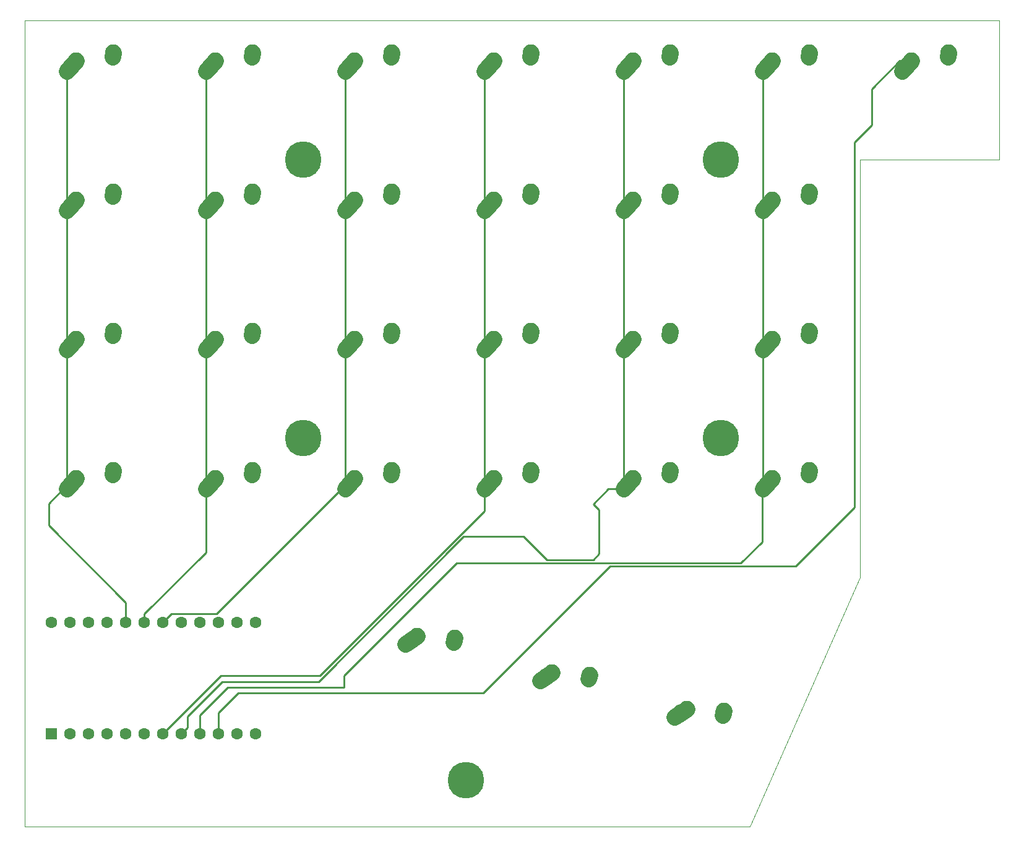
<source format=gbr>
G04 #@! TF.GenerationSoftware,KiCad,Pcbnew,(5.1.4)-1*
G04 #@! TF.CreationDate,2022-03-17T16:03:27-07:00*
G04 #@! TF.ProjectId,Dweebs-Macro-Mini,44776565-6273-42d4-9d61-63726f2d4d69,rev?*
G04 #@! TF.SameCoordinates,Original*
G04 #@! TF.FileFunction,Copper,L1,Top*
G04 #@! TF.FilePolarity,Positive*
%FSLAX46Y46*%
G04 Gerber Fmt 4.6, Leading zero omitted, Abs format (unit mm)*
G04 Created by KiCad (PCBNEW (5.1.4)-1) date 2022-03-17 16:03:27*
%MOMM*%
%LPD*%
G04 APERTURE LIST*
%ADD10C,0.050000*%
%ADD11C,5.000000*%
%ADD12C,2.250000*%
%ADD13C,2.250000*%
%ADD14C,1.600000*%
%ADD15R,1.600000X1.600000*%
%ADD16C,0.250000*%
G04 APERTURE END LIST*
D10*
X73772884Y-150018562D02*
X73818750Y-39687500D01*
X173037500Y-150018750D02*
X188118750Y-115887500D01*
X169068750Y-150018750D02*
X173037500Y-150018750D01*
X169068750Y-150018750D02*
X73772884Y-150018562D01*
X188118750Y-58737500D02*
X188118750Y-115887500D01*
X207168750Y-58737500D02*
X188118750Y-58737500D01*
X207168750Y-39687500D02*
X207168750Y-58737500D01*
X73818750Y-39687500D02*
X207168750Y-39687500D01*
D11*
X134143750Y-143668750D03*
X111918750Y-96837500D03*
X169068750Y-96837500D03*
X169068750Y-58737500D03*
X111918750Y-58737500D03*
D12*
X80843750Y-102362500D03*
X80188751Y-103092500D03*
D13*
X79533750Y-103822500D02*
X80843752Y-102362500D01*
D12*
X85883750Y-101282500D03*
X85863750Y-101572500D03*
D13*
X85843750Y-101862500D02*
X85883750Y-101282500D01*
D12*
X164355462Y-133919249D03*
X163533843Y-134454849D03*
D13*
X162712223Y-134990448D02*
X164355463Y-133919250D01*
D12*
X169503252Y-134180497D03*
X169408876Y-134455439D03*
D13*
X169314500Y-134730381D02*
X169503252Y-134180497D01*
D12*
X145940462Y-128966249D03*
X145118843Y-129501849D03*
D13*
X144297223Y-130037448D02*
X145940463Y-128966250D01*
D12*
X151088252Y-129227497D03*
X150993876Y-129502439D03*
D13*
X150899500Y-129777381D02*
X151088252Y-129227497D01*
D12*
X127510462Y-123959249D03*
X126688843Y-124494849D03*
D13*
X125867223Y-125030448D02*
X127510463Y-123959250D01*
D12*
X132658252Y-124220497D03*
X132563876Y-124495439D03*
D13*
X132469500Y-124770381D02*
X132658252Y-124220497D01*
D12*
X176093750Y-102362500D03*
X175438751Y-103092500D03*
D13*
X174783750Y-103822500D02*
X176093752Y-102362500D01*
D12*
X181133750Y-101282500D03*
X181113750Y-101572500D03*
D13*
X181093750Y-101862500D02*
X181133750Y-101282500D01*
D12*
X157043750Y-102362500D03*
X156388751Y-103092500D03*
D13*
X155733750Y-103822500D02*
X157043752Y-102362500D01*
D12*
X162083750Y-101282500D03*
X162063750Y-101572500D03*
D13*
X162043750Y-101862500D02*
X162083750Y-101282500D01*
D12*
X137993750Y-102362500D03*
X137338751Y-103092500D03*
D13*
X136683750Y-103822500D02*
X137993752Y-102362500D01*
D12*
X143033750Y-101282500D03*
X143013750Y-101572500D03*
D13*
X142993750Y-101862500D02*
X143033750Y-101282500D01*
D12*
X118943750Y-102362500D03*
X118288751Y-103092500D03*
D13*
X117633750Y-103822500D02*
X118943752Y-102362500D01*
D12*
X123983750Y-101282500D03*
X123963750Y-101572500D03*
D13*
X123943750Y-101862500D02*
X123983750Y-101282500D01*
D12*
X99893750Y-102362500D03*
X99238751Y-103092500D03*
D13*
X98583750Y-103822500D02*
X99893752Y-102362500D01*
D12*
X104933750Y-101282500D03*
X104913750Y-101572500D03*
D13*
X104893750Y-101862500D02*
X104933750Y-101282500D01*
D12*
X176093750Y-83312500D03*
X175438751Y-84042500D03*
D13*
X174783750Y-84772500D02*
X176093752Y-83312500D01*
D12*
X181133750Y-82232500D03*
X181113750Y-82522500D03*
D13*
X181093750Y-82812500D02*
X181133750Y-82232500D01*
D12*
X157043750Y-83312500D03*
X156388751Y-84042500D03*
D13*
X155733750Y-84772500D02*
X157043752Y-83312500D01*
D12*
X162083750Y-82232500D03*
X162063750Y-82522500D03*
D13*
X162043750Y-82812500D02*
X162083750Y-82232500D01*
D12*
X137993750Y-83312500D03*
X137338751Y-84042500D03*
D13*
X136683750Y-84772500D02*
X137993752Y-83312500D01*
D12*
X143033750Y-82232500D03*
X143013750Y-82522500D03*
D13*
X142993750Y-82812500D02*
X143033750Y-82232500D01*
D12*
X118943750Y-83312500D03*
X118288751Y-84042500D03*
D13*
X117633750Y-84772500D02*
X118943752Y-83312500D01*
D12*
X123983750Y-82232500D03*
X123963750Y-82522500D03*
D13*
X123943750Y-82812500D02*
X123983750Y-82232500D01*
D12*
X99893750Y-83312500D03*
X99238751Y-84042500D03*
D13*
X98583750Y-84772500D02*
X99893752Y-83312500D01*
D12*
X104933750Y-82232500D03*
X104913750Y-82522500D03*
D13*
X104893750Y-82812500D02*
X104933750Y-82232500D01*
D12*
X80843750Y-83312500D03*
X80188751Y-84042500D03*
D13*
X79533750Y-84772500D02*
X80843752Y-83312500D01*
D12*
X85883750Y-82232500D03*
X85863750Y-82522500D03*
D13*
X85843750Y-82812500D02*
X85883750Y-82232500D01*
D12*
X176093750Y-64262500D03*
X175438751Y-64992500D03*
D13*
X174783750Y-65722500D02*
X176093752Y-64262500D01*
D12*
X181133750Y-63182500D03*
X181113750Y-63472500D03*
D13*
X181093750Y-63762500D02*
X181133750Y-63182500D01*
D12*
X157043750Y-64262500D03*
X156388751Y-64992500D03*
D13*
X155733750Y-65722500D02*
X157043752Y-64262500D01*
D12*
X162083750Y-63182500D03*
X162063750Y-63472500D03*
D13*
X162043750Y-63762500D02*
X162083750Y-63182500D01*
D12*
X137993750Y-64262500D03*
X137338751Y-64992500D03*
D13*
X136683750Y-65722500D02*
X137993752Y-64262500D01*
D12*
X143033750Y-63182500D03*
X143013750Y-63472500D03*
D13*
X142993750Y-63762500D02*
X143033750Y-63182500D01*
D12*
X118943750Y-64262500D03*
X118288751Y-64992500D03*
D13*
X117633750Y-65722500D02*
X118943752Y-64262500D01*
D12*
X123983750Y-63182500D03*
X123963750Y-63472500D03*
D13*
X123943750Y-63762500D02*
X123983750Y-63182500D01*
D12*
X99893750Y-64262500D03*
X99238751Y-64992500D03*
D13*
X98583750Y-65722500D02*
X99893752Y-64262500D01*
D12*
X104933750Y-63182500D03*
X104913750Y-63472500D03*
D13*
X104893750Y-63762500D02*
X104933750Y-63182500D01*
D12*
X80843750Y-64262500D03*
X80188751Y-64992500D03*
D13*
X79533750Y-65722500D02*
X80843752Y-64262500D01*
D12*
X85883750Y-63182500D03*
X85863750Y-63472500D03*
D13*
X85843750Y-63762500D02*
X85883750Y-63182500D01*
D12*
X195143750Y-45212500D03*
X194488751Y-45942500D03*
D13*
X193833750Y-46672500D02*
X195143752Y-45212500D01*
D12*
X200183750Y-44132500D03*
X200163750Y-44422500D03*
D13*
X200143750Y-44712500D02*
X200183750Y-44132500D01*
D12*
X176093750Y-45212500D03*
X175438751Y-45942500D03*
D13*
X174783750Y-46672500D02*
X176093752Y-45212500D01*
D12*
X181133750Y-44132500D03*
X181113750Y-44422500D03*
D13*
X181093750Y-44712500D02*
X181133750Y-44132500D01*
D12*
X157043750Y-45212500D03*
X156388751Y-45942500D03*
D13*
X155733750Y-46672500D02*
X157043752Y-45212500D01*
D12*
X162083750Y-44132500D03*
X162063750Y-44422500D03*
D13*
X162043750Y-44712500D02*
X162083750Y-44132500D01*
D12*
X137993750Y-45212500D03*
X137338751Y-45942500D03*
D13*
X136683750Y-46672500D02*
X137993752Y-45212500D01*
D12*
X143033750Y-44132500D03*
X143013750Y-44422500D03*
D13*
X142993750Y-44712500D02*
X143033750Y-44132500D01*
D12*
X118943750Y-45212500D03*
X118288751Y-45942500D03*
D13*
X117633750Y-46672500D02*
X118943752Y-45212500D01*
D12*
X123983750Y-44132500D03*
X123963750Y-44422500D03*
D13*
X123943750Y-44712500D02*
X123983750Y-44132500D01*
D12*
X99893750Y-45212500D03*
X99238751Y-45942500D03*
D13*
X98583750Y-46672500D02*
X99893752Y-45212500D01*
D12*
X104933750Y-44132500D03*
X104913750Y-44422500D03*
D13*
X104893750Y-44712500D02*
X104933750Y-44132500D01*
D12*
X80843750Y-45212500D03*
X80188751Y-45942500D03*
D13*
X79533750Y-46672500D02*
X80843752Y-45212500D01*
D12*
X85883750Y-44132500D03*
X85863750Y-44422500D03*
D13*
X85843750Y-44712500D02*
X85883750Y-44132500D01*
D14*
X77470000Y-122047000D03*
X80010000Y-122047000D03*
X82550000Y-122047000D03*
X85090000Y-122047000D03*
X87630000Y-122047000D03*
X90170000Y-122047000D03*
X92710000Y-122047000D03*
X95250000Y-122047000D03*
X97790000Y-122047000D03*
X100330000Y-122047000D03*
X102870000Y-122047000D03*
X105410000Y-122047000D03*
X105410000Y-137287000D03*
X102870000Y-137287000D03*
X100330000Y-137287000D03*
X97790000Y-137287000D03*
X95250000Y-137287000D03*
X92710000Y-137287000D03*
X90170000Y-137287000D03*
X87630000Y-137287000D03*
X85090000Y-137287000D03*
X82550000Y-137287000D03*
X80010000Y-137287000D03*
D15*
X77470000Y-137287000D03*
D16*
X79533750Y-49718502D02*
X79533750Y-65722500D01*
X79533750Y-46672500D02*
X79533750Y-49718502D01*
X79533750Y-65722500D02*
X79533750Y-84772500D01*
X79533750Y-101052500D02*
X79533750Y-103822500D01*
X79533750Y-84772500D02*
X79533750Y-101052500D01*
X87630000Y-122047000D02*
X87630000Y-119380000D01*
X79027748Y-103822500D02*
X79533750Y-103822500D01*
X77063749Y-105786499D02*
X79027748Y-103822500D01*
X77063749Y-108813749D02*
X77063749Y-105786499D01*
X87630000Y-119380000D02*
X77063749Y-108813749D01*
X98583750Y-62952500D02*
X98583750Y-65722500D01*
X98583750Y-46672500D02*
X98583750Y-62952500D01*
X98583750Y-65722500D02*
X98583750Y-84772500D01*
X98583750Y-101052500D02*
X98583750Y-103822500D01*
X98583750Y-84772500D02*
X98583750Y-101052500D01*
X98583750Y-112501880D02*
X98583750Y-103822500D01*
X90170000Y-120915630D02*
X98583750Y-112501880D01*
X90170000Y-122047000D02*
X90170000Y-120915630D01*
X117633750Y-46672500D02*
X117633750Y-65722500D01*
X117633750Y-65722500D02*
X117633750Y-84772500D01*
X117633750Y-84772500D02*
X117633750Y-103822500D01*
X117127748Y-103822500D02*
X117633750Y-103822500D01*
X100028249Y-120921999D02*
X117127748Y-103822500D01*
X93835001Y-120921999D02*
X100028249Y-120921999D01*
X92710000Y-122047000D02*
X93835001Y-120921999D01*
X136683750Y-46672500D02*
X136683750Y-65722500D01*
X136683750Y-65722500D02*
X136683750Y-84772500D01*
X136683750Y-101052500D02*
X136683750Y-103822500D01*
X136683750Y-84772500D02*
X136683750Y-101052500D01*
X92710000Y-137287000D02*
X100615750Y-129381250D01*
X136683750Y-106868502D02*
X136683750Y-103822500D01*
X114171002Y-129381250D02*
X136683750Y-106868502D01*
X100615750Y-129381250D02*
X114171002Y-129381250D01*
X155733750Y-62952500D02*
X155733750Y-65722500D01*
X155733750Y-46672500D02*
X155733750Y-62952500D01*
X155733750Y-82002500D02*
X155733750Y-84772500D01*
X155733750Y-65722500D02*
X155733750Y-82002500D01*
X155733750Y-101052500D02*
X155733750Y-103822500D01*
X155733750Y-84772500D02*
X155733750Y-101052500D01*
X96049999Y-136487001D02*
X96049999Y-134931251D01*
X95250000Y-137287000D02*
X96049999Y-136487001D01*
X96049999Y-134931251D02*
X100806250Y-130175000D01*
X114013662Y-130175000D02*
X133857412Y-110331250D01*
X100806250Y-130175000D02*
X114013662Y-130175000D01*
X133857412Y-110331250D02*
X142081250Y-110331250D01*
X142081250Y-110331250D02*
X145256250Y-113506250D01*
X145256250Y-113506250D02*
X151606250Y-113506250D01*
X151606250Y-113506250D02*
X152400000Y-112712500D01*
X152400000Y-106650248D02*
X151606250Y-105856498D01*
X152400000Y-112712500D02*
X152400000Y-106650248D01*
X153640248Y-103822500D02*
X155733750Y-103822500D01*
X151606250Y-105856498D02*
X153640248Y-103822500D01*
X174783750Y-62952500D02*
X174783750Y-65722500D01*
X174783750Y-46672500D02*
X174783750Y-62952500D01*
X174783750Y-101052500D02*
X174783750Y-103822500D01*
X174783750Y-65722500D02*
X174783750Y-84772500D01*
X174783750Y-84772500D02*
X174783750Y-103822500D01*
X97790000Y-137287000D02*
X97790000Y-134778750D01*
X97790000Y-134778750D02*
X101600000Y-130968750D01*
X101600000Y-130968750D02*
X117475000Y-130968750D01*
X117475000Y-130968750D02*
X117475000Y-129381250D01*
X132899991Y-113956259D02*
X171793741Y-113956259D01*
X117475000Y-129381250D02*
X132899991Y-113956259D01*
X174713751Y-103892499D02*
X174783750Y-103822500D01*
X174713751Y-111036249D02*
X174713751Y-103892499D01*
X171793741Y-113956259D02*
X174713751Y-111036249D01*
X193552760Y-45212500D02*
X195143750Y-45212500D01*
X189706250Y-53975000D02*
X189706250Y-49059010D01*
X187325000Y-56356250D02*
X189706250Y-53975000D01*
X187325000Y-106362500D02*
X187325000Y-56356250D01*
X100330000Y-137287000D02*
X100330000Y-134461250D01*
X100330000Y-134461250D02*
X103028750Y-131762500D01*
X103028750Y-131762500D02*
X136525000Y-131762500D01*
X136525000Y-131762500D02*
X153881231Y-114406269D01*
X153881231Y-114406269D02*
X179281231Y-114406269D01*
X189706250Y-49059010D02*
X193552760Y-45212500D01*
X179281231Y-114406269D02*
X187325000Y-106362500D01*
M02*

</source>
